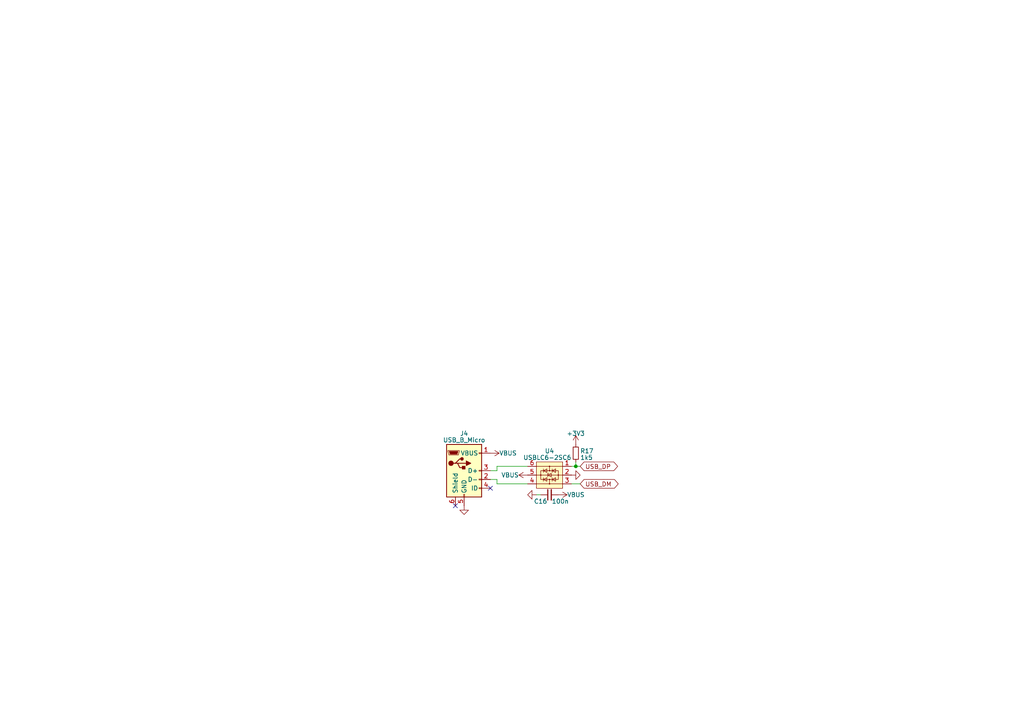
<source format=kicad_sch>
(kicad_sch (version 20250114) (generator "eeschema") (generator_version "9.0")
  (paper "A4")
  (lib_symbols
    (symbol "Connector:USB_B_Micro" (pin_names (offset 1.016))
      (property "Reference" "J" (at -5.08 11.43 0))
      (property "Value" "USB_B_Micro" (at -5.08 8.89 0))
      (symbol "USB_B_Micro_0_1"
        (rectangle (start -5.08 -7.62) (end 5.08 7.62) (stroke (width 0.254)) (fill (type background)))
        (polyline (pts (xy -4.699 5.842) (xy -4.699 5.588) (xy -4.445 4.826) (xy -4.445 4.572) (xy -1.651 4.572) (xy -1.651 4.826) (xy -1.397 5.588) (xy -1.397 5.842) (xy -4.699 5.842)))
        (polyline (pts (xy -4.318 5.588) (xy -1.778 5.588) (xy -2.032 4.826) (xy -4.064 4.826) (xy -4.318 5.588)) (fill (type outline)))
        (circle (center -3.81 2.159) (radius 0.635) (stroke (width 0.254)) (fill (type outline)))
        (polyline (pts (xy -3.175 2.159) (xy -2.54 2.159) (xy -1.27 3.429) (xy -0.635 3.429)) (stroke (width 0.254)))
        (polyline (pts (xy -2.54 2.159) (xy -1.905 2.159) (xy -1.27 0.889) (xy 0 0.889)) (stroke (width 0.254)))
        (polyline (pts (xy -1.905 2.159) (xy 0.635 2.159)) (stroke (width 0.254)))
        (circle (center -0.635 3.429) (radius 0.381) (stroke (width 0.254)) (fill (type outline)))
        (rectangle (start -0.127 -7.62) (end 0.127 -6.858))
        (rectangle (start 0.254 1.27) (end -0.508 0.508) (stroke (width 0.254)) (fill (type outline)))
        (polyline (pts (xy 0.635 2.794) (xy 0.635 1.524) (xy 1.905 2.159) (xy 0.635 2.794)) (stroke (width 0.254)) (fill (type outline)))
        (rectangle (start 5.08 4.953) (end 4.318 5.207))
        (rectangle (start 5.08 -0.127) (end 4.318 0.127))
        (rectangle (start 5.08 -2.667) (end 4.318 -2.413))
        (rectangle (start 5.08 -5.207) (end 4.318 -4.953))
      )
      (symbol "USB_B_Micro_1_1"
        (pin passive line (at -2.54 -10.16 90) (length 2.54) (name "Shield") (number "6"))
        (pin power_out line (at 0 -10.16 90) (length 2.54) (name "GND") (number "5"))
        (pin power_out line (at 7.62 5.08 180) (length 2.54) (name "VBUS") (number "1"))
        (pin bidirectional line (at 7.62 0 180) (length 2.54) (name "D+") (number "3"))
        (pin bidirectional line (at 7.62 -2.54 180) (length 2.54) (name "D-") (number "2"))
        (pin passive line (at 7.62 -5.08 180) (length 2.54) (name "ID") (number "4"))
      )
    )
    (symbol "Device:C_Small" (pin_numbers (hide yes)) (pin_names (offset 0.254) (hide yes))
      (property "Reference" "C" (at 0.254 1.778 0))
      (property "Value" "C_Small" (at 0.254 -2.032 0))
      (symbol "C_Small_0_1"
        (polyline (pts (xy -1.524 0.508) (xy 1.524 0.508)) (stroke (width 0.3048)))
        (polyline (pts (xy -1.524 -0.508) (xy 1.524 -0.508)) (stroke (width 0.3302)))
      )
      (symbol "C_Small_1_1"
        (pin passive line (at 0 2.54 270) (length 2.032) (name "~") (number "1"))
        (pin passive line (at 0 -2.54 90) (length 2.032) (name "~") (number "2"))
      )
    )
    (symbol "Device:R_Small" (pin_numbers (hide yes)) (pin_names (offset 0.254) (hide yes))
      (property "Reference" "R" (at 0.762 0.508 0))
      (property "Value" "R_Small" (at 0.762 -1.016 0))
      (symbol "R_Small_0_1"
        (rectangle (start -0.762 1.778) (end 0.762 -1.778) (stroke (width 0.2032)))
      )
      (symbol "R_Small_1_1"
        (pin passive line (at 0 2.54 270) (length 0.762) (name "~") (number "1"))
        (pin passive line (at 0 -2.54 90) (length 0.762) (name "~") (number "2"))
      )
    )
    (symbol "my_additions:USBLC6-2SC6_Small" (pin_names (hide yes))
      (property "Reference" "U" (at 0 5.08 0))
      (property "Value" "USBLC6-2SC6" (at 0 -5.08 0))
      (symbol "USBLC6-2SC6_Small_0_1"
        (polyline (pts (xy -3.81 2.54) (xy 3.81 2.54)))
        (polyline (pts (xy -3.81 0) (xy 3.81 0)))
        (polyline (pts (xy -3.81 -2.54) (xy 3.81 -2.54)))
        (polyline (pts (xy -2.54 1.27) (xy 2.54 1.27) (xy 2.54 -1.27) (xy -2.54 -1.27) (xy -2.54 1.27)))
        (circle (center -2.54 0) (radius 0.127) (fill (type outline)))
        (polyline (pts (xy -1.778 1.778) (xy -1.778 0.762) (xy -0.762 1.27) (xy -1.778 1.778)))
        (polyline (pts (xy -1.778 -0.762) (xy -1.778 -1.778) (xy -0.762 -1.27) (xy -1.778 -0.762)))
        (polyline (pts (xy -0.762 1.778) (xy -0.762 0.762)))
        (polyline (pts (xy -0.762 -0.762) (xy -0.762 -1.778)))
        (polyline (pts (xy -0.508 -0.508) (xy -0.508 0.508) (xy 0.508 0) (xy -0.508 -0.508)))
        (circle (center 0 2.54) (radius 0.127) (fill (type outline)))
        (circle (center 0 1.27) (radius 0.127) (fill (type outline)))
        (polyline (pts (xy 0 1.27) (xy 0 2.54)))
        (circle (center 0 -1.27) (radius 0.127) (fill (type outline)))
        (polyline (pts (xy 0 -2.54) (xy 0 -1.27)))
        (circle (center 0 -2.54) (radius 0.127) (fill (type outline)))
        (polyline (pts (xy 0.508 -0.508) (xy 0.508 0.508) (xy 0.254 0.508)))
        (polyline (pts (xy 0.762 1.778) (xy 0.762 0.762) (xy 1.778 1.27) (xy 0.762 1.778)))
        (polyline (pts (xy 0.762 -0.762) (xy 0.762 -1.778) (xy 1.778 -1.27) (xy 0.762 -0.762)))
        (polyline (pts (xy 1.778 1.778) (xy 1.778 0.762)))
        (polyline (pts (xy 1.778 -0.762) (xy 1.778 -1.778)))
        (circle (center 2.54 0) (radius 0.127) (fill (type outline)))
      )
      (symbol "USBLC6-2SC6_Small_1_1"
        (rectangle (start -3.81 3.81) (end 3.81 -3.81) (fill (type background)))
        (pin passive line (at -6.35 2.54 0) (length 2.54) (name "I/O1") (number "1"))
        (pin passive line (at -6.35 0 0) (length 2.54) (name "GND") (number "2"))
        (pin passive line (at -6.35 -2.54 0) (length 2.54) (name "I/O2") (number "3"))
        (pin passive line (at 6.35 2.54 180) (length 2.54) (name "I/O1") (number "6"))
        (pin passive line (at 6.35 0 180) (length 2.54) (name "VBUS") (number "5"))
        (pin passive line (at 6.35 -2.54 180) (length 2.54) (name "I/O2") (number "4"))
      )
    )
    (symbol "power:+3V3" (power) (pin_numbers (hide yes)) (pin_names (offset 0) (hide yes))
      (property "Value" "+3V3" (at 0 3.556 0))
      (symbol "+3V3_0_1"
        (polyline (pts (xy -0.762 1.27) (xy 0 2.54)))
        (polyline (pts (xy 0 2.54) (xy 0.762 1.27)))
        (polyline (pts (xy 0 0) (xy 0 2.54)))
      )
      (symbol "+3V3_1_1"
        (pin power_in line (at 0 0 90) (length 0) (name "~") (number "1"))
      )
    )
    (symbol "power:GND" (power) (pin_numbers (hide yes)) (pin_names (offset 0) (hide yes))
      (property "Value" "GND" (at 0 -3.81 0))
      (symbol "GND_0_1"
        (polyline (pts (xy 0 0) (xy 0 -1.27) (xy 1.27 -1.27) (xy 0 -2.54) (xy -1.27 -1.27) (xy 0 -1.27)))
      )
      (symbol "GND_1_1"
        (pin power_in line (at 0 0 270) (length 0) (name "~") (number "1"))
      )
    )
    (symbol "power:VBUS" (power) (pin_names (offset 0))
      (property "Value" "VBUS" (at 0 3.81 0))
      (symbol "VBUS_0_1"
        (polyline (pts (xy -0.762 1.27) (xy 0 2.54)))
        (polyline (pts (xy 0 2.54) (xy 0.762 1.27)))
        (polyline (pts (xy 0 0) (xy 0 2.54)))
      )
      (symbol "VBUS_1_1"
        (pin power_in line (at 0 0 90) (length 0) (hide yes) (name "VBUS") (number "1"))
      )
    )
  )
  (junction (at 167.005 135.255))
  (no_connect (at 142.24 141.605))
  (no_connect (at 132.08 146.685))
  (wire (pts (xy 144.145 135.255) (xy 144.145 136.525)))
  (wire (pts (xy 155.575 143.51) (xy 156.845 143.51)))
  (wire (pts (xy 153.035 135.255) (xy 144.145 135.255)))
  (wire (pts (xy 144.145 140.335) (xy 144.145 139.065)))
  (wire (pts (xy 168.275 135.255) (xy 167.005 135.255)))
  (wire (pts (xy 144.145 139.065) (xy 142.24 139.065)))
  (wire (pts (xy 167.005 133.985) (xy 167.005 135.255)))
  (wire (pts (xy 144.145 136.525) (xy 142.24 136.525)))
  (wire (pts (xy 167.005 135.255) (xy 165.735 135.255)))
  (wire (pts (xy 168.275 140.335) (xy 165.735 140.335)))
  (wire (pts (xy 153.035 140.335) (xy 144.145 140.335)))
  (global_label "USB_DP" (shape bidirectional) (at 168.275 135.255 0) (property "Intersheetrefs" "${INTERSHEET_REFS}" (effects (hide yes))))
  (global_label "USB_DM" (shape bidirectional) (at 168.275 140.335 0) (property "Intersheetrefs" "${INTERSHEET_REFS}" (effects (hide yes))))
  (symbol (lib_id "power:VBUS") (at 142.24 131.445 270) (unit 1)
    (property "Reference" "#PWR041" (effects (hide yes)))
    (property "Value" "VBUS" (at 144.78 131.445 90) (effects (justify left)))
  )
  (symbol (lib_id "power:VBUS") (at 153.035 137.795 90) (mirror x) (unit 1)
    (property "Reference" "#PWR045" (effects (hide yes)))
    (property "Value" "VBUS" (at 150.495 137.795 90) (effects (justify left)))
  )
  (symbol (lib_id "Device:C_Small") (at 159.385 143.51 90) (unit 1)
    (property "Reference" "C16" (at 158.75 145.415 90) (effects (justify left)))
    (property "Value" "100n" (at 160.02 145.415 90) (effects (justify right)))
    (property "Footprint" "Capacitor_SMD:C_0805_2012Metric" (effects (hide yes)))
    (property "Link" "https://www.chipdip.ru/product0/43780" (effects (hide yes)))
  )
  (symbol (lib_id "power:+3V3") (at 167.005 128.905 0) (unit 1)
    (property "Reference" "#PWR050" (effects (hide yes)))
    (property "Value" "+3V3" (at 167.005 125.73 0))
  )
  (symbol (lib_id "Connector:USB_B_Micro") (at 134.62 136.525 0) (unit 1)
    (property "Reference" "J4" (at 134.62 125.73 0))
    (property "Value" "USB_B_Micro" (at 134.62 127.635 0))
    (property "Footprint" "my_additions:USB_Micro-B_4_legs" (effects (hide yes)))
  )
  (symbol (lib_id "power:GND") (at 134.62 146.685 0) (unit 1)
    (property "Reference" "#PWR034" (effects (hide yes)))
    (property "Value" "GND" (effects (hide yes)))
    (property "Description" "Power symbol creates a global label with name \"GND\" , ground" (effects (hide yes)))
  )
  (symbol (lib_id "Device:R_Small") (at 167.005 131.445 0) (mirror x) (unit 1)
    (property "Reference" "R17" (at 168.275 130.81 0) (effects (justify left)))
    (property "Value" "1k5" (at 168.275 132.715 0) (effects (justify left)))
    (property "Footprint" "Resistor_SMD:R_0805_2012Metric" (effects (hide yes)))
    (property "Link" "https://www.chipdip.ru/product/0.125w-0805-1.5-kom-1" (effects (hide yes)))
  )
  (symbol (lib_id "power:GND") (at 155.575 143.51 270) (unit 1)
    (property "Reference" "#PWR035" (effects (hide yes)))
    (property "Value" "GND" (effects (hide yes)))
    (property "Description" "Power symbol creates a global label with name \"GND\" , ground" (effects (hide yes)))
  )
  (symbol (lib_id "power:GND") (at 165.735 137.795 90) (unit 1)
    (property "Reference" "#PWR036" (effects (hide yes)))
    (property "Value" "GND" (effects (hide yes)))
    (property "Description" "Power symbol creates a global label with name \"GND\" , ground" (effects (hide yes)))
  )
  (symbol (lib_id "power:VBUS") (at 161.925 143.51 270) (unit 1)
    (property "Reference" "#PWR047" (effects (hide yes)))
    (property "Value" "VBUS" (at 164.465 143.51 90) (effects (justify left)))
  )
  (symbol (lib_id "my_additions:USBLC6-2SC6_Small") (at 159.385 137.795 0) (mirror y) (unit 1)
    (property "Reference" "U4" (at 159.385 130.81 0))
    (property "Value" "USBLC6-2SC6" (at 158.75 132.715 0))
    (property "Footprint" "Package_TO_SOT_SMD:SOT-23-6" (effects (hide yes)))
    (property "Datasheet" "https://www.st.com/resource/en/datasheet/usblc6-2.pdf" (effects (hide yes)))
    (property "Link" "https://www.chipdip.ru/product/usblc6-2sc6-umw" (effects (hide yes)))
  )
)
</source>
